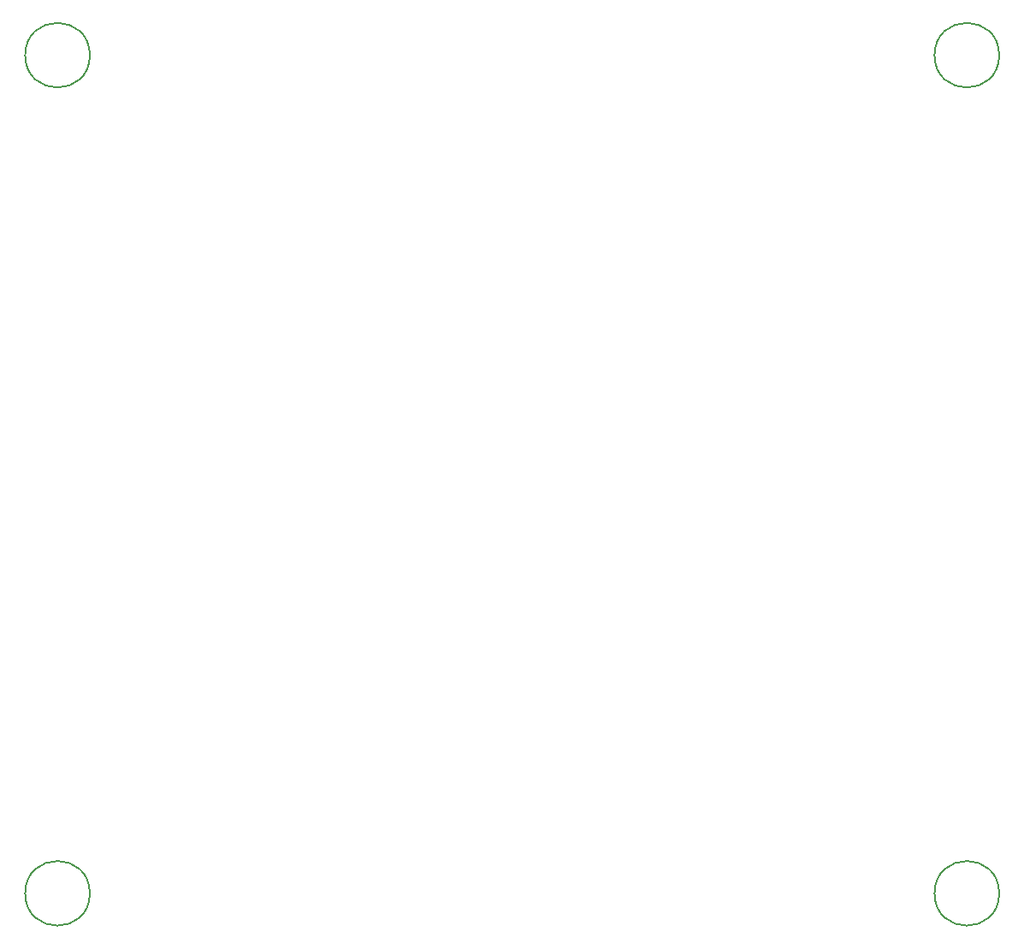
<source format=gbr>
%TF.GenerationSoftware,KiCad,Pcbnew,7.0.7*%
%TF.CreationDate,2023-12-16T22:01:11+01:00*%
%TF.ProjectId,BOB4AXIS,424f4234-4158-4495-932e-6b696361645f,rev?*%
%TF.SameCoordinates,Original*%
%TF.FileFunction,Other,Comment*%
%FSLAX46Y46*%
G04 Gerber Fmt 4.6, Leading zero omitted, Abs format (unit mm)*
G04 Created by KiCad (PCBNEW 7.0.7) date 2023-12-16 22:01:11*
%MOMM*%
%LPD*%
G01*
G04 APERTURE LIST*
%ADD10C,0.150000*%
G04 APERTURE END LIST*
D10*
%TO.C,H3*%
X98200000Y-5000000D02*
G75*
G03*
X98200000Y-5000000I-3200000J0D01*
G01*
%TO.C,H1*%
X8200000Y-5000000D02*
G75*
G03*
X8200000Y-5000000I-3200000J0D01*
G01*
%TO.C,H2*%
X8200000Y-88000000D02*
G75*
G03*
X8200000Y-88000000I-3200000J0D01*
G01*
%TO.C,H4*%
X98200000Y-88000000D02*
G75*
G03*
X98200000Y-88000000I-3200000J0D01*
G01*
%TD*%
M02*

</source>
